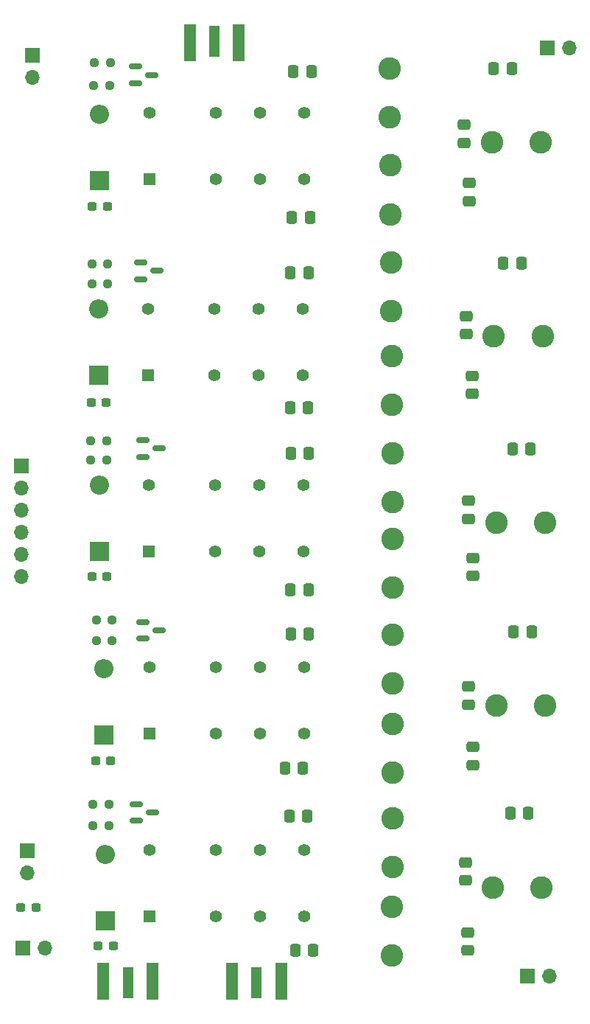
<source format=gbr>
%TF.GenerationSoftware,KiCad,Pcbnew,(6.0.2)*%
%TF.CreationDate,2022-11-12T12:21:54-08:00*%
%TF.ProjectId,cwaz_lpf,6377617a-5f6c-4706-962e-6b696361645f,rev?*%
%TF.SameCoordinates,Original*%
%TF.FileFunction,Soldermask,Top*%
%TF.FilePolarity,Negative*%
%FSLAX46Y46*%
G04 Gerber Fmt 4.6, Leading zero omitted, Abs format (unit mm)*
G04 Created by KiCad (PCBNEW (6.0.2)) date 2022-11-12 12:21:54*
%MOMM*%
%LPD*%
G01*
G04 APERTURE LIST*
G04 Aperture macros list*
%AMRoundRect*
0 Rectangle with rounded corners*
0 $1 Rounding radius*
0 $2 $3 $4 $5 $6 $7 $8 $9 X,Y pos of 4 corners*
0 Add a 4 corners polygon primitive as box body*
4,1,4,$2,$3,$4,$5,$6,$7,$8,$9,$2,$3,0*
0 Add four circle primitives for the rounded corners*
1,1,$1+$1,$2,$3*
1,1,$1+$1,$4,$5*
1,1,$1+$1,$6,$7*
1,1,$1+$1,$8,$9*
0 Add four rect primitives between the rounded corners*
20,1,$1+$1,$2,$3,$4,$5,0*
20,1,$1+$1,$4,$5,$6,$7,0*
20,1,$1+$1,$6,$7,$8,$9,0*
20,1,$1+$1,$8,$9,$2,$3,0*%
G04 Aperture macros list end*
%ADD10R,2.200000X2.200000*%
%ADD11O,2.200000X2.200000*%
%ADD12RoundRect,0.250000X0.337500X0.475000X-0.337500X0.475000X-0.337500X-0.475000X0.337500X-0.475000X0*%
%ADD13RoundRect,0.150000X-0.587500X-0.150000X0.587500X-0.150000X0.587500X0.150000X-0.587500X0.150000X0*%
%ADD14RoundRect,0.237500X0.250000X0.237500X-0.250000X0.237500X-0.250000X-0.237500X0.250000X-0.237500X0*%
%ADD15RoundRect,0.250000X-0.475000X0.337500X-0.475000X-0.337500X0.475000X-0.337500X0.475000X0.337500X0*%
%ADD16R,1.700000X1.700000*%
%ADD17O,1.700000X1.700000*%
%ADD18R,1.400000X1.400000*%
%ADD19C,1.400000*%
%ADD20C,2.600000*%
%ADD21RoundRect,0.237500X0.300000X0.237500X-0.300000X0.237500X-0.300000X-0.237500X0.300000X-0.237500X0*%
%ADD22R,1.270000X3.600000*%
%ADD23R,1.350000X4.200000*%
%ADD24RoundRect,0.250000X-0.337500X-0.475000X0.337500X-0.475000X0.337500X0.475000X-0.337500X0.475000X0*%
%ADD25RoundRect,0.250000X0.475000X-0.337500X0.475000X0.337500X-0.475000X0.337500X-0.475000X-0.337500X0*%
G04 APERTURE END LIST*
D10*
%TO.C,D5*%
X91037500Y-143410000D03*
D11*
X91037500Y-135790000D03*
%TD*%
D12*
%TO.C,C5*%
X114337500Y-84500000D03*
X112262500Y-84500000D03*
%TD*%
D13*
%TO.C,Q1*%
X94525000Y-45350000D03*
X94525000Y-47250000D03*
X96400000Y-46300000D03*
%TD*%
D14*
%TO.C,R2*%
X91325000Y-68000000D03*
X89500000Y-68000000D03*
%TD*%
%TO.C,R1*%
X91612500Y-44900000D03*
X89787500Y-44900000D03*
%TD*%
D13*
%TO.C,Q3*%
X95325000Y-88250000D03*
X95325000Y-90150000D03*
X97200000Y-89200000D03*
%TD*%
D15*
%TO.C,C8*%
X133200000Y-80862500D03*
X133200000Y-82937500D03*
%TD*%
D14*
%TO.C,R5*%
X91312500Y-70300000D03*
X89487500Y-70300000D03*
%TD*%
D16*
%TO.C,J8*%
X82700000Y-44025000D03*
D17*
X82700000Y-46565000D03*
%TD*%
D18*
%TO.C,K2*%
X95942500Y-80762500D03*
D19*
X103562500Y-80762500D03*
X108642500Y-80762500D03*
X113722500Y-80762500D03*
X113722500Y-73142500D03*
X108642500Y-73142500D03*
X103562500Y-73142500D03*
X95942500Y-73142500D03*
%TD*%
D20*
%TO.C,L3*%
X124062500Y-99600000D03*
X124062500Y-105200000D03*
%TD*%
D10*
%TO.C,D1*%
X90400000Y-58410000D03*
D11*
X90400000Y-50790000D03*
%TD*%
D16*
%TO.C,J2*%
X82100000Y-135400000D03*
D17*
X82100000Y-137940000D03*
%TD*%
D21*
%TO.C,C19*%
X83062500Y-141900000D03*
X81337500Y-141900000D03*
%TD*%
D18*
%TO.C,K4*%
X96142500Y-121962500D03*
D19*
X103762500Y-121962500D03*
X108842500Y-121962500D03*
X113922500Y-121962500D03*
X113922500Y-114342500D03*
X108842500Y-114342500D03*
X103762500Y-114342500D03*
X96142500Y-114342500D03*
%TD*%
D20*
%TO.C,L13*%
X135600000Y-139600000D03*
X141200000Y-139600000D03*
%TD*%
D13*
%TO.C,Q4*%
X95325000Y-109150000D03*
X95325000Y-111050000D03*
X97200000Y-110100000D03*
%TD*%
D12*
%TO.C,C17*%
X114400000Y-69000000D03*
X112325000Y-69000000D03*
%TD*%
D14*
%TO.C,R3*%
X91175000Y-88300000D03*
X89350000Y-88300000D03*
%TD*%
D18*
%TO.C,K3*%
X96062500Y-101020000D03*
D19*
X103682500Y-101020000D03*
X108762500Y-101020000D03*
X113842500Y-101020000D03*
X113842500Y-93400000D03*
X108762500Y-93400000D03*
X103682500Y-93400000D03*
X96062500Y-93400000D03*
%TD*%
D21*
%TO.C,C21*%
X91937500Y-146300000D03*
X90212500Y-146300000D03*
%TD*%
D18*
%TO.C,K1*%
X96142500Y-58262500D03*
D19*
X103762500Y-58262500D03*
X108842500Y-58262500D03*
X113922500Y-58262500D03*
X113922500Y-50642500D03*
X108842500Y-50642500D03*
X103762500Y-50642500D03*
X96142500Y-50642500D03*
%TD*%
D22*
%TO.C,J9*%
X93625000Y-150600000D03*
D23*
X96450000Y-150400000D03*
X90800000Y-150400000D03*
%TD*%
D13*
%TO.C,Q5*%
X94600000Y-130050000D03*
X94600000Y-131950000D03*
X96475000Y-131000000D03*
%TD*%
D14*
%TO.C,R6*%
X91175000Y-90500000D03*
X89350000Y-90500000D03*
%TD*%
D24*
%TO.C,C29*%
X137600000Y-131100000D03*
X139675000Y-131100000D03*
%TD*%
D18*
%TO.C,K5*%
X96080000Y-142962500D03*
D19*
X103700000Y-142962500D03*
X108780000Y-142962500D03*
X113860000Y-142962500D03*
X113860000Y-135342500D03*
X108780000Y-135342500D03*
X103700000Y-135342500D03*
X96080000Y-135342500D03*
%TD*%
D20*
%TO.C,L4*%
X135500000Y-54000000D03*
X141100000Y-54000000D03*
%TD*%
D12*
%TO.C,C22*%
X113737500Y-125900000D03*
X111662500Y-125900000D03*
%TD*%
D24*
%TO.C,C13*%
X135700000Y-45600000D03*
X137775000Y-45600000D03*
%TD*%
D22*
%TO.C,J3*%
X108425000Y-150600000D03*
D23*
X111250000Y-150400000D03*
X105600000Y-150400000D03*
%TD*%
D21*
%TO.C,C1*%
X91262500Y-61400000D03*
X89537500Y-61400000D03*
%TD*%
D20*
%TO.C,L11*%
X123937500Y-141800000D03*
X123937500Y-147400000D03*
%TD*%
D25*
%TO.C,C11*%
X132567000Y-76059500D03*
X132567000Y-73984500D03*
%TD*%
D14*
%TO.C,R9*%
X91812500Y-111300000D03*
X89987500Y-111300000D03*
%TD*%
D10*
%TO.C,D4*%
X90900000Y-122110000D03*
D11*
X90900000Y-114490000D03*
%TD*%
D20*
%TO.C,L2*%
X124000000Y-78600000D03*
X124000000Y-84200000D03*
%TD*%
D12*
%TO.C,C6*%
X114400000Y-105400000D03*
X112325000Y-105400000D03*
%TD*%
%TO.C,C4*%
X114537500Y-62700000D03*
X112462500Y-62700000D03*
%TD*%
D20*
%TO.C,L9*%
X124058000Y-95342000D03*
X124058000Y-89742000D03*
%TD*%
D16*
%TO.C,J5*%
X139552000Y-149825000D03*
D17*
X142092000Y-149825000D03*
%TD*%
D14*
%TO.C,R4*%
X91512500Y-47500000D03*
X89687500Y-47500000D03*
%TD*%
D20*
%TO.C,L1*%
X123800000Y-56700000D03*
X123800000Y-62300000D03*
%TD*%
%TO.C,L7*%
X123700000Y-51200000D03*
X123700000Y-45600000D03*
%TD*%
%TO.C,L6*%
X135962500Y-97700000D03*
X141562500Y-97700000D03*
%TD*%
D14*
%TO.C,R8*%
X91450000Y-130100000D03*
X89625000Y-130100000D03*
%TD*%
D12*
%TO.C,C16*%
X114737500Y-45900000D03*
X112662500Y-45900000D03*
%TD*%
D20*
%TO.C,L8*%
X123900000Y-73400000D03*
X123900000Y-67800000D03*
%TD*%
D14*
%TO.C,R7*%
X91812500Y-108900000D03*
X89987500Y-108900000D03*
%TD*%
D21*
%TO.C,C3*%
X91225000Y-103900000D03*
X89500000Y-103900000D03*
%TD*%
D20*
%TO.C,L5*%
X135700000Y-76300000D03*
X141300000Y-76300000D03*
%TD*%
D25*
%TO.C,C12*%
X132821000Y-97290000D03*
X132821000Y-95215000D03*
%TD*%
D22*
%TO.C,J4*%
X103575000Y-42400000D03*
D23*
X100750000Y-42600000D03*
X106400000Y-42600000D03*
%TD*%
D20*
%TO.C,L12*%
X136000000Y-118700000D03*
X141600000Y-118700000D03*
%TD*%
D12*
%TO.C,C23*%
X114937500Y-146800000D03*
X112862500Y-146800000D03*
%TD*%
%TO.C,C18*%
X114437500Y-89800000D03*
X112362500Y-89800000D03*
%TD*%
D25*
%TO.C,C26*%
X132821000Y-118604500D03*
X132821000Y-116529500D03*
%TD*%
D15*
%TO.C,C7*%
X132900000Y-58725000D03*
X132900000Y-60800000D03*
%TD*%
D10*
%TO.C,D3*%
X90362500Y-101010000D03*
D11*
X90362500Y-93390000D03*
%TD*%
D21*
%TO.C,C20*%
X91662500Y-125100000D03*
X89937500Y-125100000D03*
%TD*%
D16*
%TO.C,J1*%
X81400000Y-91180000D03*
D17*
X81400000Y-93720000D03*
X81400000Y-96260000D03*
X81400000Y-98800000D03*
X81400000Y-101340000D03*
X81400000Y-103880000D03*
%TD*%
D12*
%TO.C,C31*%
X114275000Y-131400000D03*
X112200000Y-131400000D03*
%TD*%
D15*
%TO.C,C9*%
X133262500Y-101762500D03*
X133262500Y-103837500D03*
%TD*%
D25*
%TO.C,C27*%
X132440000Y-138797500D03*
X132440000Y-136722500D03*
%TD*%
D16*
%TO.C,J7*%
X141800000Y-43200000D03*
D17*
X144340000Y-43200000D03*
%TD*%
D24*
%TO.C,C14*%
X136762500Y-67900000D03*
X138837500Y-67900000D03*
%TD*%
D15*
%TO.C,C25*%
X132700000Y-144762500D03*
X132700000Y-146837500D03*
%TD*%
D20*
%TO.C,L15*%
X124058000Y-137252000D03*
X124058000Y-131652000D03*
%TD*%
D13*
%TO.C,Q2*%
X95062500Y-67850000D03*
X95062500Y-69750000D03*
X96937500Y-68800000D03*
%TD*%
D25*
%TO.C,C10*%
X132313000Y-54088500D03*
X132313000Y-52013500D03*
%TD*%
D16*
%TO.C,J6*%
X81525000Y-146600000D03*
D17*
X84065000Y-146600000D03*
%TD*%
D24*
%TO.C,C28*%
X137962500Y-110300000D03*
X140037500Y-110300000D03*
%TD*%
D14*
%TO.C,R10*%
X91462500Y-132500000D03*
X89637500Y-132500000D03*
%TD*%
D20*
%TO.C,L14*%
X124058000Y-116170000D03*
X124058000Y-110570000D03*
%TD*%
D24*
%TO.C,C15*%
X137825000Y-89300000D03*
X139900000Y-89300000D03*
%TD*%
D20*
%TO.C,L10*%
X124100000Y-120800000D03*
X124100000Y-126400000D03*
%TD*%
D21*
%TO.C,C2*%
X91125000Y-83900000D03*
X89400000Y-83900000D03*
%TD*%
D10*
%TO.C,D2*%
X90300000Y-80810000D03*
D11*
X90300000Y-73190000D03*
%TD*%
D15*
%TO.C,C24*%
X133300000Y-123500000D03*
X133300000Y-125575000D03*
%TD*%
D12*
%TO.C,C30*%
X114437500Y-110500000D03*
X112362500Y-110500000D03*
%TD*%
M02*

</source>
